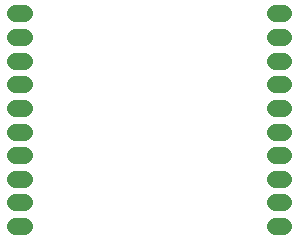
<source format=gbr>
G04 start of page 9 for group -4014 idx -4014 *
G04 Title: (unknown), bottompaste *
G04 Creator: pcb 20091103 *
G04 CreationDate: Sun 30 Jan 2011 02:46:18 GMT UTC *
G04 For: thomas *
G04 Format: Gerber/RS-274X *
G04 PCB-Dimensions: 167323 163386 *
G04 PCB-Coordinate-Origin: lower left *
%MOIN*%
%FSLAX25Y25*%
%LNBACKPASTE*%
%ADD15C,0.0550*%
G54D15*X31454Y54920D02*X34204D01*
X31454Y62794D02*X34204D01*
X31454Y70668D02*X34204D01*
X31454Y78542D02*X34204D01*
X31454Y86416D02*X34204D01*
X31454Y94289D02*X34204D01*
X31454Y102163D02*X34204D01*
X31454Y110037D02*X34204D01*
X31454Y117911D02*X34204D01*
X31454Y125785D02*X34204D01*
X118068D02*X120818D01*
X118068Y117911D02*X120818D01*
X118068Y110037D02*X120818D01*
X118068Y102163D02*X120818D01*
X118068Y94289D02*X120818D01*
X118068Y86416D02*X120818D01*
X118068Y78542D02*X120818D01*
X118068Y70668D02*X120818D01*
X118068Y62794D02*X120818D01*
X118068Y54920D02*X120818D01*
M02*

</source>
